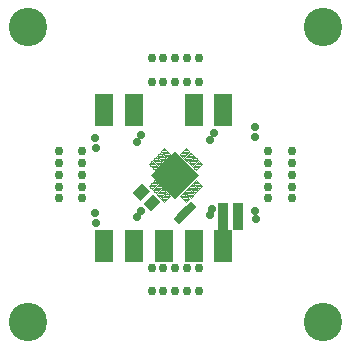
<source format=gbr>
G04 EAGLE Gerber X2 export*
%TF.Part,Single*%
%TF.FileFunction,Soldermask,Bot,1*%
%TF.FilePolarity,Negative*%
%TF.GenerationSoftware,Autodesk,EAGLE,9.0.1*%
%TF.CreationDate,2018-12-20T16:05:16Z*%
G75*
%MOMM*%
%FSLAX34Y34*%
%LPD*%
%AMOC8*
5,1,8,0,0,1.08239X$1,22.5*%
G01*
%ADD10C,3.250000*%
%ADD11C,0.750000*%
%ADD12C,0.125000*%
%ADD13R,2.850000X2.850000*%
%ADD14R,0.950000X1.150000*%
%ADD15C,0.700000*%
%ADD16R,1.520000X2.790000*%
%ADD17R,0.530000X0.680000*%


D10*
X-125000Y-125000D03*
X125000Y-125000D03*
X-125000Y125000D03*
X125000Y125000D03*
D11*
X-20000Y78500D03*
X-10000Y78500D03*
X0Y78500D03*
X10000Y78500D03*
X20000Y78500D03*
X-20000Y98500D03*
X-10000Y98500D03*
X0Y98500D03*
X10000Y98500D03*
X20000Y98500D03*
X-78600Y-19900D03*
X-78600Y-9900D03*
X-78600Y100D03*
X-78600Y10100D03*
X-78600Y20100D03*
X-98600Y-19900D03*
X-98600Y-9900D03*
X-98600Y100D03*
X-98600Y10100D03*
X-98600Y20100D03*
X98500Y-20000D03*
X98500Y-10000D03*
X98500Y0D03*
X98500Y10000D03*
X98500Y20000D03*
X78500Y-20000D03*
X78500Y-10000D03*
X78500Y0D03*
X78500Y10000D03*
X78500Y20000D03*
X-20000Y-98500D03*
X-10000Y-98500D03*
X0Y-98500D03*
X10000Y-98500D03*
X20000Y-98500D03*
X-20000Y-78500D03*
X-10000Y-78500D03*
X0Y-78500D03*
X10000Y-78500D03*
X20000Y-78500D03*
D12*
X12121Y-20175D02*
X6995Y-15049D01*
X12121Y-20175D02*
X9469Y-22827D01*
X4343Y-17701D01*
X6995Y-15049D01*
X8220Y-21578D02*
X10718Y-21578D01*
X11967Y-20329D02*
X6971Y-20329D01*
X5722Y-19080D02*
X11026Y-19080D01*
X9777Y-17831D02*
X4473Y-17831D01*
X5462Y-16582D02*
X8528Y-16582D01*
X7279Y-15333D02*
X6711Y-15333D01*
X10530Y-11514D02*
X15656Y-16640D01*
X13004Y-19292D01*
X7878Y-14166D01*
X10530Y-11514D01*
X11755Y-18043D02*
X14253Y-18043D01*
X15502Y-16794D02*
X10506Y-16794D01*
X9257Y-15545D02*
X14561Y-15545D01*
X13312Y-14296D02*
X8008Y-14296D01*
X8997Y-13047D02*
X12063Y-13047D01*
X10814Y-11798D02*
X10246Y-11798D01*
X14066Y-7978D02*
X19192Y-13104D01*
X16540Y-15756D01*
X11414Y-10630D01*
X14066Y-7978D01*
X15291Y-14507D02*
X17789Y-14507D01*
X19038Y-13258D02*
X14042Y-13258D01*
X12793Y-12009D02*
X18097Y-12009D01*
X16848Y-10760D02*
X11544Y-10760D01*
X12533Y-9511D02*
X15599Y-9511D01*
X14350Y-8262D02*
X13782Y-8262D01*
X17601Y-4443D02*
X22727Y-9569D01*
X20075Y-12221D01*
X14949Y-7095D01*
X17601Y-4443D01*
X18826Y-10972D02*
X21324Y-10972D01*
X22573Y-9723D02*
X17577Y-9723D01*
X16328Y-8474D02*
X21632Y-8474D01*
X20383Y-7225D02*
X15079Y-7225D01*
X16068Y-5976D02*
X19134Y-5976D01*
X17885Y-4727D02*
X17317Y-4727D01*
X-14749Y6695D02*
X-19875Y11821D01*
X-14749Y6695D02*
X-17401Y4043D01*
X-22527Y9169D01*
X-19875Y11821D01*
X-18650Y5292D02*
X-16152Y5292D01*
X-14903Y6541D02*
X-19899Y6541D01*
X-21148Y7790D02*
X-15844Y7790D01*
X-17093Y9039D02*
X-22397Y9039D01*
X-21408Y10288D02*
X-18342Y10288D01*
X-19591Y11537D02*
X-20159Y11537D01*
X-16340Y15356D02*
X-11214Y10230D01*
X-13866Y7578D01*
X-18992Y12704D01*
X-16340Y15356D01*
X-15115Y8827D02*
X-12617Y8827D01*
X-11368Y10076D02*
X-16364Y10076D01*
X-17613Y11325D02*
X-12309Y11325D01*
X-13558Y12574D02*
X-18862Y12574D01*
X-17873Y13823D02*
X-14807Y13823D01*
X-16056Y15072D02*
X-16624Y15072D01*
X-12804Y18892D02*
X-7678Y13766D01*
X-10330Y11114D01*
X-15456Y16240D01*
X-12804Y18892D01*
X-11579Y12363D02*
X-9081Y12363D01*
X-7832Y13612D02*
X-12828Y13612D01*
X-14077Y14861D02*
X-8773Y14861D01*
X-10022Y16110D02*
X-15326Y16110D01*
X-14337Y17359D02*
X-11271Y17359D01*
X-12520Y18608D02*
X-13088Y18608D01*
X-9269Y22427D02*
X-4143Y17301D01*
X-6795Y14649D01*
X-11921Y19775D01*
X-9269Y22427D01*
X-8044Y15898D02*
X-5546Y15898D01*
X-4297Y17147D02*
X-9293Y17147D01*
X-10542Y18396D02*
X-5238Y18396D01*
X-6487Y19645D02*
X-11791Y19645D01*
X-10802Y20894D02*
X-7736Y20894D01*
X-8985Y22143D02*
X-9553Y22143D01*
X6995Y14649D02*
X12121Y19775D01*
X6995Y14649D02*
X4343Y17301D01*
X9469Y22427D01*
X12121Y19775D01*
X8244Y15898D02*
X5746Y15898D01*
X4497Y17147D02*
X9493Y17147D01*
X10742Y18396D02*
X5438Y18396D01*
X6687Y19645D02*
X11991Y19645D01*
X11002Y20894D02*
X7936Y20894D01*
X9185Y22143D02*
X9753Y22143D01*
X15656Y16240D02*
X10530Y11114D01*
X7878Y13766D01*
X13004Y18892D01*
X15656Y16240D01*
X11779Y12363D02*
X9281Y12363D01*
X8032Y13612D02*
X13028Y13612D01*
X14277Y14861D02*
X8973Y14861D01*
X10222Y16110D02*
X15526Y16110D01*
X14537Y17359D02*
X11471Y17359D01*
X12720Y18608D02*
X13288Y18608D01*
X19192Y12704D02*
X14066Y7578D01*
X11414Y10230D01*
X16540Y15356D01*
X19192Y12704D01*
X15315Y8827D02*
X12817Y8827D01*
X11568Y10076D02*
X16564Y10076D01*
X17813Y11325D02*
X12509Y11325D01*
X13758Y12574D02*
X19062Y12574D01*
X18073Y13823D02*
X15007Y13823D01*
X16256Y15072D02*
X16824Y15072D01*
X20075Y11821D02*
X14949Y6695D01*
X20075Y11821D02*
X22727Y9169D01*
X17601Y4043D01*
X14949Y6695D01*
X16352Y5292D02*
X18850Y5292D01*
X20099Y6541D02*
X15103Y6541D01*
X16044Y7790D02*
X21348Y7790D01*
X22597Y9039D02*
X17293Y9039D01*
X18542Y10288D02*
X21608Y10288D01*
X20359Y11537D02*
X19791Y11537D01*
X-14749Y-7095D02*
X-19875Y-12221D01*
X-22527Y-9569D01*
X-17401Y-4443D01*
X-14749Y-7095D01*
X-18626Y-10972D02*
X-21124Y-10972D01*
X-22373Y-9723D02*
X-17377Y-9723D01*
X-16128Y-8474D02*
X-21432Y-8474D01*
X-20183Y-7225D02*
X-14879Y-7225D01*
X-15868Y-5976D02*
X-18934Y-5976D01*
X-17685Y-4727D02*
X-17117Y-4727D01*
X-11214Y-10630D02*
X-16340Y-15756D01*
X-18992Y-13104D01*
X-13866Y-7978D01*
X-11214Y-10630D01*
X-15091Y-14507D02*
X-17589Y-14507D01*
X-18838Y-13258D02*
X-13842Y-13258D01*
X-12593Y-12009D02*
X-17897Y-12009D01*
X-16648Y-10760D02*
X-11344Y-10760D01*
X-12333Y-9511D02*
X-15399Y-9511D01*
X-14150Y-8262D02*
X-13582Y-8262D01*
X-7678Y-14166D02*
X-12804Y-19292D01*
X-15456Y-16640D01*
X-10330Y-11514D01*
X-7678Y-14166D01*
X-11555Y-18043D02*
X-14053Y-18043D01*
X-15302Y-16794D02*
X-10306Y-16794D01*
X-9057Y-15545D02*
X-14361Y-15545D01*
X-13112Y-14296D02*
X-7808Y-14296D01*
X-8797Y-13047D02*
X-11863Y-13047D01*
X-10614Y-11798D02*
X-10046Y-11798D01*
X-6795Y-15049D02*
X-11921Y-20175D01*
X-6795Y-15049D02*
X-4143Y-17701D01*
X-9269Y-22827D01*
X-11921Y-20175D01*
X-10518Y-21578D02*
X-8020Y-21578D01*
X-6771Y-20329D02*
X-11767Y-20329D01*
X-10826Y-19080D02*
X-5522Y-19080D01*
X-4273Y-17831D02*
X-9577Y-17831D01*
X-8328Y-16582D02*
X-5262Y-16582D01*
X-6511Y-15333D02*
X-7079Y-15333D01*
D13*
G36*
X100Y19952D02*
X20252Y-200D01*
X100Y-20352D01*
X-20052Y-200D01*
X100Y19952D01*
G37*
D14*
X40300Y-29900D03*
X53300Y-29900D03*
X40400Y-40900D03*
X53400Y-40900D03*
G36*
X-18697Y-16172D02*
X-11980Y-22889D01*
X-20111Y-31020D01*
X-26828Y-24303D01*
X-18697Y-16172D01*
G37*
G36*
X-27889Y-6980D02*
X-21172Y-13697D01*
X-29303Y-21828D01*
X-36020Y-15111D01*
X-27889Y-6980D01*
G37*
D15*
X-28950Y33400D03*
X-67060Y22790D03*
X-32290Y28020D03*
X-67800Y31300D03*
X-28950Y-30400D03*
X-67160Y-41010D03*
X-32090Y-35880D03*
X-67500Y-32400D03*
X29250Y29700D03*
X67260Y40210D03*
X32490Y35080D03*
X67500Y31700D03*
X29150Y-34400D03*
X68160Y-37490D03*
X31590Y-28520D03*
X68000Y-30900D03*
D16*
X-34700Y-60200D03*
X-59900Y-60200D03*
X-9500Y-60200D03*
X15700Y-60200D03*
X40900Y-60200D03*
X-34700Y55000D03*
X-59900Y55000D03*
X15700Y55000D03*
X40900Y55000D03*
D17*
G36*
X1926Y-33567D02*
X5673Y-29820D01*
X10480Y-34627D01*
X6733Y-38374D01*
X1926Y-33567D01*
G37*
G36*
X-1680Y-37173D02*
X2067Y-33426D01*
X6874Y-38233D01*
X3127Y-41980D01*
X-1680Y-37173D01*
G37*
G36*
X9226Y-26067D02*
X12973Y-22320D01*
X17780Y-27127D01*
X14033Y-30874D01*
X9226Y-26067D01*
G37*
G36*
X5620Y-29673D02*
X9367Y-25926D01*
X14174Y-30733D01*
X10427Y-34480D01*
X5620Y-29673D01*
G37*
M02*

</source>
